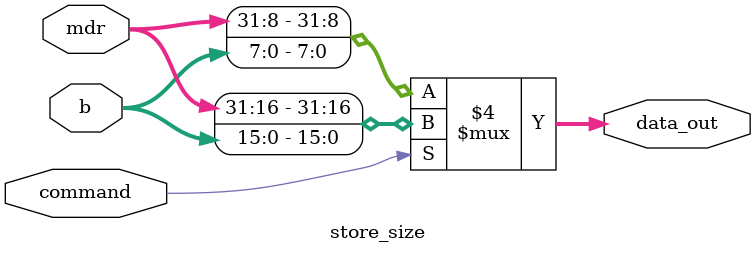
<source format=v>
module store_size (
    
    input  wire        command,   // Comando de controle: 0=byte, 1=halfword
    input  wire [31:0] mdr,       // Dados atuais da memória (Memory Data Register)
    input  wire [31:0] b,         // Dados do registrador a serem armazenados
    output reg  [31:0] data_out   // Dados formatados para escrita na memória

);

// Lógica combinacional para formatação dos dados baseada no comando
always @ (*) begin
        if (command == 0) begin      // Store Byte (SB): preserva bits 31-8, substitui bits 7-0
            data_out = {mdr[31:8], b[7:0]};
        end
        else begin                   // Store Halfword (SH): preserva bits 31-16, substitui bits 15-0
            data_out = {mdr[31:16], b[15:0]};
        end
    end

endmodule

</source>
